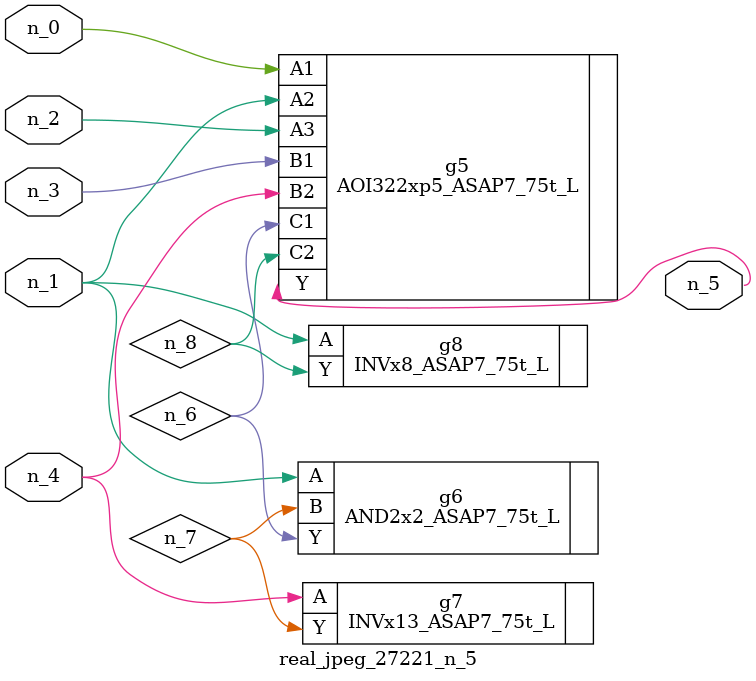
<source format=v>
module real_jpeg_27221_n_5 (n_4, n_0, n_1, n_2, n_3, n_5);

input n_4;
input n_0;
input n_1;
input n_2;
input n_3;

output n_5;

wire n_8;
wire n_6;
wire n_7;

AOI322xp5_ASAP7_75t_L g5 ( 
.A1(n_0),
.A2(n_1),
.A3(n_2),
.B1(n_3),
.B2(n_4),
.C1(n_6),
.C2(n_8),
.Y(n_5)
);

AND2x2_ASAP7_75t_L g6 ( 
.A(n_1),
.B(n_7),
.Y(n_6)
);

INVx8_ASAP7_75t_L g8 ( 
.A(n_1),
.Y(n_8)
);

INVx13_ASAP7_75t_L g7 ( 
.A(n_4),
.Y(n_7)
);


endmodule
</source>
